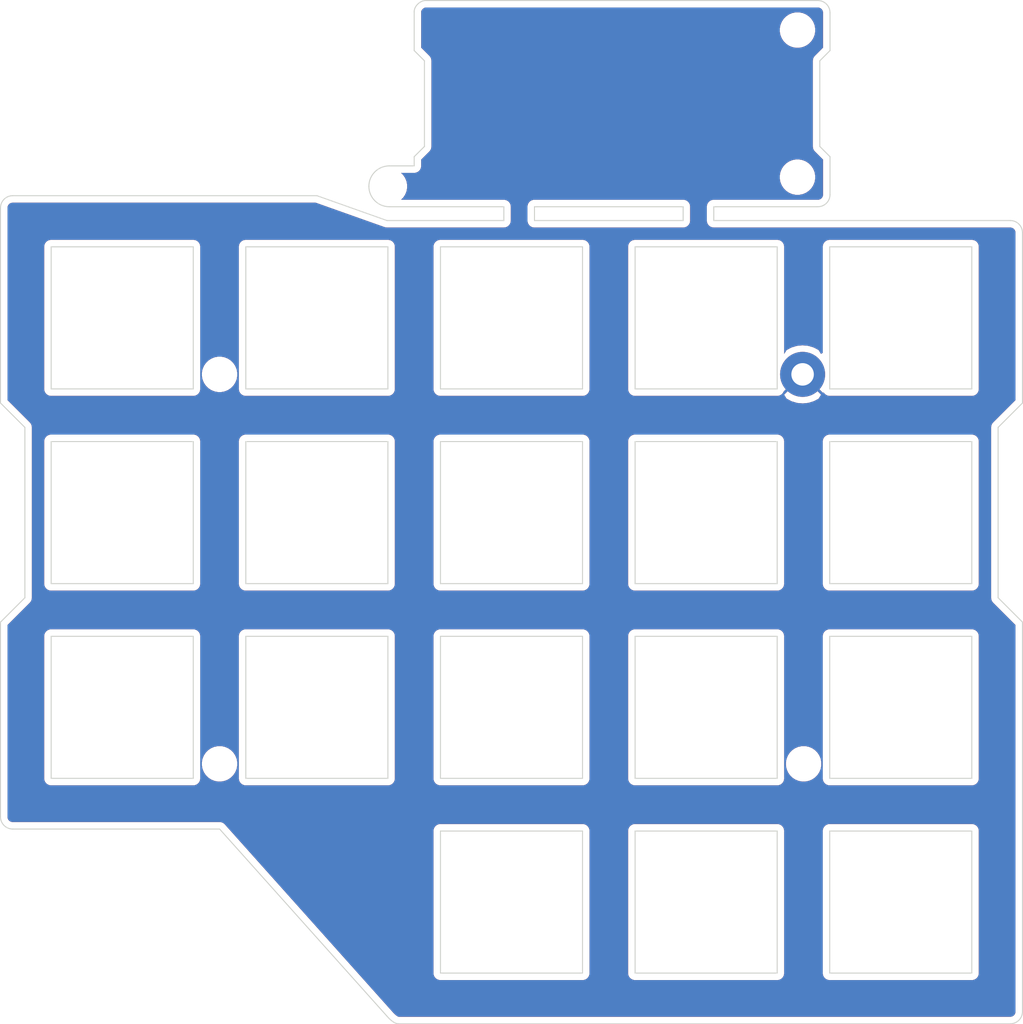
<source format=kicad_pcb>
(kicad_pcb (version 20221018) (generator pcbnew)
  (title_block (title "REVIUNG34-SPLIT-L-TOP") (date "2019-08-30") (rev "1.0"))
  (layers (0 "F.Cu" signal) (31 "B.Cu" signal) (34 "B.Paste" user) (35 "F.Paste" user) (36 "B.SilkS" user "B.Silkscreen") (37 "F.SilkS" user "F.Silkscreen") (38 "B.Mask" user) (39 "F.Mask" user) (44 "Edge.Cuts" user))
  (net 0 "")
  (net 1 "GND")
  (footprint "MountingHole:MountingHole_2.2mm_M2_Pad" (layer "F.Cu") (at 128.44 86.57)
    (fp_text reference "H1" hide)
    (fp_text value "MountingHole_Pad")
    (pad "1" thru_hole circle (at 0 0) (size 4.4 4.4) (drill 2.2) (layers "*.Cu" "*.Mask") (net 1 "GND"))
  )
  (footprint "MountingHole:MountingHole_2.2mm_M2" (layer "F.Cu") (at 71.39 86.57)
    (fp_text reference "H2" hide)
    (fp_text value "MountingHole_2.2mm_M2")
    (pad "" np_thru_hole circle (at 0 0) (size 2.2 2.2) (drill 2.2) (layers "*.Cu" "*.Mask"))
  )
  (footprint "MountingHole:MountingHole_2.2mm_M2" (layer "F.Cu") (at 71.39 124.68)
    (fp_text reference "H3" hide)
    (fp_text value "MountingHole_2.2mm_M2")
    (pad "" np_thru_hole circle (at 0 0) (size 2.2 2.2) (drill 2.2) (layers "*.Cu" "*.Mask"))
  )
  (footprint "MountingHole:MountingHole_2.2mm_M2" (layer "F.Cu") (at 128.54 124.68)
    (fp_text reference "H4" hide)
    (fp_text value "MountingHole_2.2mm_M2")
    (pad "" np_thru_hole circle (at 0 0) (size 2.2 2.2) (drill 2.2) (layers "*.Cu" "*.Mask"))
  )
  (footprint "MountingHole:MountingHole_2.2mm_M2" (layer "F.Cu") (at 88.01 68.17)
    (fp_text reference "H5" hide)
    (fp_text value "MountingHole_2.2mm_M2")
    (pad "" np_thru_hole circle (at 0 0) (size 2.2 2.2) (drill 2.2) (layers "*.Cu" "*.Mask"))
  )
  (footprint "MountingHole:MountingHole_2.2mm_M2" (layer "F.Cu") (at 127.94 52.88)
    (fp_text reference "H7" hide)
    (fp_text value "MountingHole_2.2mm_M2")
    (pad "" np_thru_hole circle (at 0 0) (size 2.2 2.2) (drill 2.2) (layers "*.Cu" "*.Mask"))
  )
  (footprint "MountingHole:MountingHole_2.2mm_M2" (layer "F.Cu") (at 127.94 67.27)
    (fp_text reference "H6" hide)
    (fp_text value "MountingHole_2.2mm_M2")
    (pad "" np_thru_hole circle (at 0 0) (size 2.2 2.2) (drill 2.2) (layers "*.Cu" "*.Mask"))
  )
  (gr_line (start 106.904448 145.154469) (end 106.904459 131.254469) (stroke (width 0.1)) (layer "Edge.Cuts"))
  (gr_curve (pts (xy 149.954456 110.812557) (xy 149.954456 110.812557) (xy 147.570536 108.42855) (xy 147.570536 108.42855)) (stroke (width 0.1)) (layer "Edge.Cuts"))
  (gr_line (start 131.095541 112.2) (end 131.09553 126.1) (stroke (width 0.1)) (layer "Edge.Cuts"))
  (gr_line (start 93.004459 112.2) (end 93.004448 126.1) (stroke (width 0.1)) (layer "Edge.Cuts"))
  (gr_line (start 54.913377 93.145541) (end 54.913366 107.045541) (stroke (width 0.1)) (layer "Edge.Cuts"))
  (gr_line (start 106.904459 93.145551) (end 93.004459 93.145541) (stroke (width 0.1)) (layer "Edge.Cuts"))
  (gr_line (start 131.09553 145.154459) (end 144.99553 145.154469) (stroke (width 0.1)) (layer "Edge.Cuts"))
  (gr_line (start 54.913366 126.1) (end 68.813366 126.10001) (stroke (width 0.1)) (layer "Edge.Cuts"))
  (gr_curve (pts (xy 148.762539 150.113474) (xy 149.420875 150.113474) (xy 149.954542 149.58259) (xy 149.954542 148.924275)) (stroke (width 0.1)) (layer "Edge.Cuts"))
  (gr_curve (pts (xy 99.204453 70.167191) (xy 99.204453 70.167191) (xy 99.204453 71.517001) (xy 99.204453 71.517001)) (stroke (width 0.1)) (layer "Edge.Cuts"))
  (gr_line (start 93.004459 74.091082) (end 93.004448 87.991082) (stroke (width 0.1)) (layer "Edge.Cuts"))
  (gr_line (start 106.904459 112.20001) (end 93.004459 112.2) (stroke (width 0.1)) (layer "Edge.Cuts"))
  (gr_curve (pts (xy 49.954444 89.374093) (xy 49.954444 89.374093) (xy 52.338364 91.758099) (xy 52.338364 91.758099)) (stroke (width 0.1)) (layer "Edge.Cuts"))
  (gr_curve (pts (xy 129.928955 49.98847) (xy 129.928955 49.98847) (xy 91.542402 49.987629) (xy 91.542402 49.987629)) (stroke (width 0.1)) (layer "Edge.Cuts"))
  (gr_line (start 106.904459 74.091092) (end 93.004459 74.091082) (stroke (width 0.1)) (layer "Edge.Cuts"))
  (gr_curve (pts (xy 131.121044 68.984201) (xy 131.121044 68.984112) (xy 131.121026 65.270269) (xy 131.121026 65.270269)) (stroke (width 0.1)) (layer "Edge.Cuts"))
  (gr_line (start 93.004448 145.154459) (end 106.904448 145.154469) (stroke (width 0.1)) (layer "Edge.Cuts"))
  (gr_line (start 73.958918 93.145541) (end 73.958907 107.045541) (stroke (width 0.1)) (layer "Edge.Cuts"))
  (gr_curve (pts (xy 131.120958 51.180473) (xy 131.120958 50.522158) (xy 130.58727 49.98847) (xy 129.928955 49.98847)) (stroke (width 0.1)) (layer "Edge.Cuts"))
  (gr_curve (pts (xy 90.433928 54.886275) (xy 90.433928 54.886275) (xy 91.435513 55.886283) (xy 91.435513 55.886283)) (stroke (width 0.1)) (layer "Edge.Cuts"))
  (gr_line (start 125.949989 107.045551) (end 125.95 93.145551) (stroke (width 0.1)) (layer "Edge.Cuts"))
  (gr_curve (pts (xy 49.954444 110.812557) (xy 49.954444 110.812557) (xy 49.954361 129.869263) (xy 49.954361 129.869263)) (stroke (width 0.1)) (layer "Edge.Cuts"))
  (gr_line (start 68.813366 87.991092) (end 68.813377 74.091092) (stroke (width 0.1)) (layer "Edge.Cuts"))
  (gr_line (start 87.858918 112.20001) (end 73.958918 112.2) (stroke (width 0.1)) (layer "Edge.Cuts"))
  (gr_line (start 68.813377 112.20001) (end 54.913377 112.2) (stroke (width 0.1)) (layer "Edge.Cuts"))
  (gr_line (start 144.995541 131.254469) (end 131.095541 131.254459) (stroke (width 0.1)) (layer "Edge.Cuts"))
  (gr_line (start 54.913377 112.2) (end 54.913366 126.1) (stroke (width 0.1)) (layer "Edge.Cuts"))
  (gr_curve (pts (xy 119.74999 71.517001) (xy 119.74999 71.517001) (xy 119.74999 70.167191) (xy 119.74999 70.167191)) (stroke (width 0.1)) (layer "Edge.Cuts"))
  (gr_curve (pts (xy 87.99844 70.167191) (xy 87.99844 70.167191) (xy 99.204453 70.167191) (xy 99.204453 70.167191)) (stroke (width 0.1)) (layer "Edge.Cuts"))
  (gr_line (start 125.949989 126.10001) (end 125.95 112.20001) (stroke (width 0.1)) (layer "Edge.Cuts"))
  (gr_curve (pts (xy 90.434097 51.072819) (xy 90.434097 51.072819) (xy 90.433928 54.886275) (xy 90.433928 54.886275)) (stroke (width 0.1)) (layer "Edge.Cuts"))
  (gr_line (start 112.049989 107.045541) (end 125.949989 107.045551) (stroke (width 0.1)) (layer "Edge.Cuts"))
  (gr_curve (pts (xy 149.954542 148.924275) (xy 149.954542 148.924275) (xy 149.954456 110.812557) (xy 149.954456 110.812557)) (stroke (width 0.1)) (layer "Edge.Cuts"))
  (gr_line (start 112.049989 126.1) (end 125.949989 126.10001) (stroke (width 0.1)) (layer "Edge.Cuts"))
  (gr_line (start 87.858907 107.045551) (end 87.858918 93.145551) (stroke (width 0.1)) (layer "Edge.Cuts"))
  (gr_line (start 102.204447 70.167191) (end 116.749995 70.167191) (stroke (width 0.1)) (layer "Edge.Cuts"))
  (gr_curve (pts (xy 88.875884 150.113474) (xy 88.875884 150.113474) (xy 148.762539 150.113474) (xy 148.762539 150.113474)) (stroke (width 0.1)) (layer "Edge.Cuts"))
  (gr_curve (pts (xy 87.766283 71.517001) (xy 87.76314 71.516979) (xy 80.908907 69.084548) (xy 80.908907 69.084548)) (stroke (width 0.1)) (layer "Edge.Cuts"))
  (gr_curve (pts (xy 119.74999 70.167191) (xy 119.74999 70.167191) (xy 129.929041 70.167191) (xy 129.929041 70.167191)) (stroke (width 0.1)) (layer "Edge.Cuts"))
  (gr_line (start 125.95 74.091092) (end 112.05 74.091082) (stroke (width 0.1)) (layer "Edge.Cuts"))
  (gr_curve (pts (xy 90.433928 65.270269) (xy 90.433928 65.270269) (xy 90.433928 66.168985) (xy 90.433928 66.168985)) (stroke (width 0.1)) (layer "Edge.Cuts"))
  (gr_line (start 112.05 74.091082) (end 112.049989 87.991082) (stroke (width 0.1)) (layer "Edge.Cuts"))
  (gr_line (start 144.995541 112.20001) (end 131.095541 112.2) (stroke (width 0.1)) (layer "Edge.Cuts"))
  (gr_line (start 87.858918 74.091092) (end 73.958918 74.091082) (stroke (width 0.1)) (layer "Edge.Cuts"))
  (gr_line (start 106.904448 87.991092) (end 106.904459 74.091092) (stroke (width 0.1)) (layer "Edge.Cuts"))
  (gr_curve (pts (xy 147.570536 108.42855) (xy 147.570536 108.42855) (xy 147.570536 91.758099) (xy 147.570536 91.758099)) (stroke (width 0.1)) (layer "Edge.Cuts"))
  (gr_line (start 112.05 112.2) (end 112.049989 126.1) (stroke (width 0.1)) (layer "Edge.Cuts"))
  (gr_line (start 112.05 93.145541) (end 112.049989 107.045541) (stroke (width 0.1)) (layer "Edge.Cuts"))
  (gr_line (start 112.049989 87.991082) (end 125.949989 87.991092) (stroke (width 0.1)) (layer "Edge.Cuts"))
  (gr_line (start 125.95 93.145551) (end 112.05 93.145541) (stroke (width 0.1)) (layer "Edge.Cuts"))
  (gr_line (start 73.958918 74.091082) (end 73.958907 87.991082) (stroke (width 0.1)) (layer "Edge.Cuts"))
  (gr_line (start 54.913377 74.091082) (end 54.913366 87.991082) (stroke (width 0.1)) (layer "Edge.Cuts"))
  (gr_curve (pts (xy 147.570536 91.758099) (xy 147.570536 91.758099) (xy 149.954456 89.374093) (xy 149.954456 89.374093)) (stroke (width 0.1)) (layer "Edge.Cuts"))
  (gr_curve (pts (xy 87.771989 149.371852) (xy 87.771989 149.371852) (xy 88.377573 150.113474) (xy 88.875884 150.113474)) (stroke (width 0.1)) (layer "Edge.Cuts"))
  (gr_line (start 116.749995 70.167191) (end 116.749995 71.517001) (stroke (width 0.1)) (layer "Edge.Cuts"))
  (gr_line (start 73.958907 87.991082) (end 87.858907 87.991092) (stroke (width 0.1)) (layer "Edge.Cuts"))
  (gr_line (start 112.049989 145.154459) (end 125.949989 145.154469) (stroke (width 0.1)) (layer "Edge.Cuts"))
  (gr_curve (pts (xy 91.435513 64.270284) (xy 91.435513 64.270284) (xy 90.433928 65.270269) (xy 90.433928 65.270269)) (stroke (width 0.1)) (layer "Edge.Cuts"))
  (gr_line (start 144.99553 145.154469) (end 144.995541 131.254469) (stroke (width 0.1)) (layer "Edge.Cuts"))
  (gr_line (start 125.95 112.20001) (end 112.05 112.2) (stroke (width 0.1)) (layer "Edge.Cuts"))
  (gr_line (start 73.958918 112.2) (end 73.958907 126.1) (stroke (width 0.1)) (layer "Edge.Cuts"))
  (gr_line (start 106.904448 126.10001) (end 106.904459 112.20001) (stroke (width 0.1)) (layer "Edge.Cuts"))
  (gr_curve (pts (xy 91.542402 49.987629) (xy 91.028329 49.987629) (xy 90.43411 50.526356) (xy 90.434097 51.072819)) (stroke (width 0.1)) (layer "Edge.Cuts"))
  (gr_curve (pts (xy 149.954456 72.709004) (xy 149.954456 72.050689) (xy 149.420767 71.517001) (xy 148.762453 71.517001)) (stroke (width 0.1)) (layer "Edge.Cuts"))
  (gr_curve (pts (xy 131.121026 65.270269) (xy 131.121026 65.270269) (xy 130.123749 64.270285) (xy 130.123749 64.270285)) (stroke (width 0.1)) (layer "Edge.Cuts"))
  (gr_curve (pts (xy 130.123749 64.270285) (xy 130.123749 64.270285) (xy 130.123708 55.88628) (xy 130.123708 55.88628)) (stroke (width 0.1)) (layer "Edge.Cuts"))
  (gr_line (start 93.004448 107.045541) (end 106.904448 107.045551) (stroke (width 0.1)) (layer "Edge.Cuts"))
  (gr_line (start 87.858918 93.145551) (end 73.958918 93.145541) (stroke (width 0.1)) (layer "Edge.Cuts"))
  (gr_curve (pts (xy 71.391701 131.058995) (xy 71.391701 131.058995) (xy 87.771989 149.371852) (xy 87.771989 149.371852)) (stroke (width 0.1)) (layer "Edge.Cuts"))
  (gr_curve (pts (xy 131.120976 54.886277) (xy 131.120976 54.886277) (xy 131.120958 51.180473) (xy 131.120958 51.180473)) (stroke (width 0.1)) (layer "Edge.Cuts"))
  (gr_line (start 144.99553 126.10001) (end 144.995541 112.20001) (stroke (width 0.1)) (layer "Edge.Cuts"))
  (gr_line (start 131.09553 107.045541) (end 144.99553 107.045551) (stroke (width 0.1)) (layer "Edge.Cuts"))
  (gr_curve (pts (xy 148.762453 71.517001) (xy 148.762453 71.517001) (xy 119.74999 71.517001) (xy 119.74999 71.517001)) (stroke (width 0.1)) (layer "Edge.Cuts"))
  (gr_line (start 131.09553 87.991082) (end 144.99553 87.991092) (stroke (width 0.1)) (layer "Edge.Cuts"))
  (gr_line (start 87.858907 87.991092) (end 87.858918 74.091092) (stroke (width 0.1)) (layer "Edge.Cuts"))
  (gr_line (start 144.995541 93.145551) (end 131.095541 93.145541) (stroke (width 0.1)) (layer "Edge.Cuts"))
  (gr_line (start 102.204447 71.517001) (end 102.204447 70.167191) (stroke (width 0.1)) (layer "Edge.Cuts"))
  (gr_line (start 93.004459 131.254459) (end 93.004448 145.154459) (stroke (width 0.1)) (layer "Edge.Cuts"))
  (gr_line (start 116.749995 71.517001) (end 102.204447 71.517001) (stroke (width 0.1)) (layer "Edge.Cuts"))
  (gr_line (start 73.958907 107.045541) (end 87.858907 107.045551) (stroke (width 0.1)) (layer "Edge.Cuts"))
  (gr_line (start 125.949989 145.154469) (end 125.95 131.254469) (stroke (width 0.1)) (layer "Edge.Cuts"))
  (gr_line (start 93.004459 93.145541) (end 93.004448 107.045541) (stroke (width 0.1)) (layer "Edge.Cuts"))
  (gr_line (start 106.904459 131.254469) (end 93.004459 131.254459) (stroke (width 0.1)) (layer "Edge.Cuts"))
  (gr_line (start 73.958907 126.1) (end 87.858907 126.10001) (stroke (width 0.1)) (layer "Edge.Cuts"))
  (gr_line (start 68.813366 126.10001) (end 68.813377 112.20001) (stroke (width 0.1)) (layer "Edge.Cuts"))
  (gr_line (start 93.004448 126.1) (end 106.904448 126.10001) (stroke (width 0.1)) (layer "Edge.Cuts"))
  (gr_line (start 131.09553 126.1) (end 144.99553 126.10001) (stroke (width 0.1)) (layer "Edge.Cuts"))
  (gr_curve (pts (xy 90.433928 66.168985) (xy 90.433928 66.168985) (xy 87.99844 66.168985) (xy 87.99844 66.168985)) (stroke (width 0.1)) (layer "Edge.Cuts"))
  (gr_curve (pts (xy 130.123708 55.88628) (xy 130.123708 55.88628) (xy 131.120976 54.886277) (xy 131.120976 54.886277)) (stroke (width 0.1)) (layer "Edge.Cuts"))
  (gr_line (start 144.99553 87.991092) (end 144.995541 74.091092) (stroke (width 0.1)) (layer "Edge.Cuts"))
  (gr_curve (pts (xy 87.99844 66.168985) (xy 86.893878 66.168985) (xy 85.998454 67.06443) (xy 85.998454 68.168992)) (stroke (width 0.1)) (layer "Edge.Cuts"))
  (gr_line (start 93.004448 87.991082) (end 106.904448 87.991092) (stroke (width 0.1)) (layer "Edge.Cuts"))
  (gr_line (start 144.995541 74.091092) (end 131.095541 74.091082) (stroke (width 0.1)) (layer "Edge.Cuts"))
  (gr_line (start 68.813377 93.145551) (end 54.913377 93.145541) (stroke (width 0.1)) (layer "Edge.Cuts"))
  (gr_curve (pts (xy 99.204453 71.517001) (xy 99.204453 71.517001) (xy 87.766283 71.517001) (xy 87.766283 71.517001)) (stroke (width 0.1)) (layer "Edge.Cuts"))
  (gr_line (start 87.858907 126.10001) (end 87.858918 112.20001) (stroke (width 0.1)) (layer "Edge.Cuts"))
  (gr_curve (pts (xy 149.954456 89.374093) (xy 149.954456 89.374093) (xy 149.954456 72.709004) (xy 149.954456 72.709004)) (stroke (width 0.1)) (layer "Edge.Cuts"))
  (gr_line (start 125.949989 87.991092) (end 125.95 74.091092) (stroke (width 0.1)) (layer "Edge.Cuts"))
  (gr_line (start 131.095541 131.254459) (end 131.09553 145.154459) (stroke (width 0.1)) (layer "Edge.Cuts"))
  (gr_curve (pts (xy 80.908907 69.084548) (xy 80.908907 69.084548) (xy 51.146447 69.084548) (xy 51.146447 69.084548)) (stroke (width 0.1)) (layer "Edge.Cuts"))
  (gr_curve (pts (xy 91.435513 55.886283) (xy 91.435513 55.886283) (xy 91.435513 64.270284) (xy 91.435513 64.270284)) (stroke (width 0.1)) (layer "Edge.Cuts"))
  (gr_line (start 125.95 131.254469) (end 112.05 131.254459) (stroke (width 0.1)) (layer "Edge.Cuts"))
  (gr_line (start 144.99553 107.045551) (end 144.995541 93.145551) (stroke (width 0.1)) (layer "Edge.Cuts"))
  (gr_line (start 112.05 131.254459) (end 112.049989 145.154459) (stroke (width 0.1)) (layer "Edge.Cuts"))
  (gr_line (start 68.813377 74.091092) (end 54.913377 74.091082) (stroke (width 0.1)) (layer "Edge.Cuts"))
  (gr_curve (pts (xy 49.954444 70.276551) (xy 49.954444 70.276551) (xy 49.954444 89.374093) (xy 49.954444 89.374093)) (stroke (width 0.1)) (layer "Edge.Cuts"))
  (gr_line (start 131.095541 93.145541) (end 131.09553 107.045541) (stroke (width 0.1)) (layer "Edge.Cuts"))
  (gr_line (start 131.095541 74.091082) (end 131.09553 87.991082) (stroke (width 0.1)) (layer "Edge.Cuts"))
  (gr_curve (pts (xy 51.146447 69.084548) (xy 50.488132 69.084548) (xy 49.954444 69.618215) (xy 49.954444 70.276551)) (stroke (width 0.1)) (layer "Edge.Cuts"))
  (gr_curve (pts (xy 49.954361 129.869263) (xy 49.954361 130.527599) (xy 50.488046 131.058995) (xy 51.146361 131.058995)) (stroke (width 0.1)) (layer "Edge.Cuts"))
  (gr_curve (pts (xy 85.998454 68.168992) (xy 85.998454 69.273555) (xy 86.893878 70.167191) (xy 87.99844 70.167191)) (stroke (width 0.1)) (layer "Edge.Cuts"))
  (gr_line (start 54.913366 107.045541) (end 68.813366 107.045551) (stroke (width 0.1)) (layer "Edge.Cuts"))
  (gr_curve (pts (xy 129.929041 70.167191) (xy 130.587378 70.167191) (xy 131.121044 69.642515) (xy 131.121044 68.984201)) (stroke (width 0.1)) (layer "Edge.Cuts"))
  (gr_line (start 106.904448 107.045551) (end 106.904459 93.145551) (stroke (width 0.1)) (layer "Edge.Cuts"))
  (gr_curve (pts (xy 51.146361 131.058995) (xy 51.146361 131.058995) (xy 71.391701 131.058995) (xy 71.391701 131.058995)) (stroke (width 0.1)) (layer "Edge.Cuts"))
  (gr_curve (pts (xy 52.338364 108.42855) (xy 52.338364 108.42855) (xy 49.954444 110.812557) (xy 49.954444 110.812557)) (stroke (width 0.1)) (layer "Edge.Cuts"))
  (gr_line (start 54.913366 87.991082) (end 68.813366 87.991092) (stroke (width 0.1)) (layer "Edge.Cuts"))
  (gr_line (start 68.813366 107.045551) (end 68.813377 93.145551) (stroke (width 0.1)) (layer "Edge.Cuts"))
  (gr_curve (pts (xy 52.338364 91.758099) (xy 52.338364 91.758099) (xy 52.338364 108.42855) (xy 52.338364 108.42855)) (stroke (width 0.1)) (layer "Edge.Cuts"))
  (zone (net 1) (net_name "GND") (layer "F.Cu") (connect_pads (clearance 0.508)) (min_thickness 0.254) (fill yes (thermal_gap 0.508) (thermal_bridge_width 0.508))
    (polygon (pts (xy 50.05 70.2) (xy 50.25 69.6) (xy 51.05 69.15) (xy 80.9 69.15) (xy 87.75 71.6) (xy 99.3 71.6) (xy 99.3 70.1) (xy 87.9 70.1) (xy 87.05 69.85) (xy 86.4 69.25) (xy 86.1 68.45) (xy 86.15 67.65) (xy 86.8 66.65) (xy 87.5 66.3) (xy 88.2 66.25) (xy 90.5 66.25) (xy 90.5 65.3) (xy 91.5 64.3) (xy 91.5 55.85) (xy 90.5 54.85) (xy 90.5 51.05) (xy 90.6 50.7) (xy 91 50.25) (xy 91.5 50.05) (xy 130 50.05) (xy 130.6 50.25) (xy 131 50.75) (xy 131.05 51.15) (xy 131.05 54.85) (xy 130.05 55.85) (xy 130.05 64.3) (xy 131.05 65.3) (xy 131.05 69) (xy 130.95 69.45) (xy 130.65 69.85) (xy 130.15 70.1) (xy 119.65 70.1) (xy 119.65 71.6) (xy 148.9 71.6) (xy 149.5 71.85) (xy 149.85 72.4) (xy 149.9 72.7) (xy 149.9 89.35) (xy 147.5 91.75) (xy 147.5 108.45) (xy 149.9 110.85) (xy 149.9 149) (xy 149.8 149.4) (xy 149.35 149.9) (xy 148.9 150.05) (xy 88.8 150.05) (xy 88.3 149.8) (xy 87.75 149.25) (xy 71.4 131) (xy 51.05 131) (xy 50.5 130.8) (xy 50.1 130.3) (xy 50.05 129.95) (xy 50.05 110.85) (xy 52.4 108.45) (xy 52.4 91.75) (xy 50.05 89.35)))
  )
  (zone (net 1) (net_name "GND") (layer "B.Cu") (connect_pads (clearance 0.508)) (min_thickness 0.254) (fill yes (thermal_gap 0.508) (thermal_bridge_width 0.508))
    (polygon (pts (xy 50.05 70.2) (xy 50.25 69.6) (xy 51.05 69.15) (xy 80.9 69.15) (xy 87.75 71.6) (xy 99.3 71.6) (xy 99.3 70.1) (xy 87.9 70.1) (xy 87.05 69.85) (xy 86.4 69.25) (xy 86.1 68.45) (xy 86.15 67.65) (xy 86.8 66.65) (xy 87.5 66.3) (xy 88.15 66.25) (xy 90.5 66.25) (xy 90.5 65.3) (xy 91.5 64.3) (xy 91.5 55.85) (xy 90.5 54.85) (xy 90.5 51.05) (xy 90.6 50.7) (xy 91 50.25) (xy 91.5 50.05) (xy 130 50.05) (xy 130.6 50.25) (xy 131 50.75) (xy 131.05 51.15) (xy 131.05 54.85) (xy 130.05 55.85) (xy 130.05 64.3) (xy 131.05 65.3) (xy 131.05 69) (xy 130.95 69.45) (xy 130.65 69.85) (xy 130.15 70.1) (xy 119.65 70.1) (xy 119.65 71.6) (xy 148.9 71.6) (xy 149.5 71.85) (xy 149.85 72.4) (xy 149.9 72.7) (xy 149.9 89.35) (xy 147.5 91.75) (xy 147.5 108.45) (xy 149.9 110.85) (xy 149.9 149) (xy 149.8 149.4) (xy 149.35 149.9) (xy 148.9 150.05) (xy 88.8 150.05) (xy 88.3 149.8) (xy 87.65 149.15) (xy 71.4 131) (xy 51.05 131) (xy 50.5 130.8) (xy 50.1 130.3) (xy 50.05 129.95) (xy 50.05 110.85) (xy 52.4 108.45) (xy 52.4 91.75) (xy 50.05 89.35)))
  )
)
</source>
